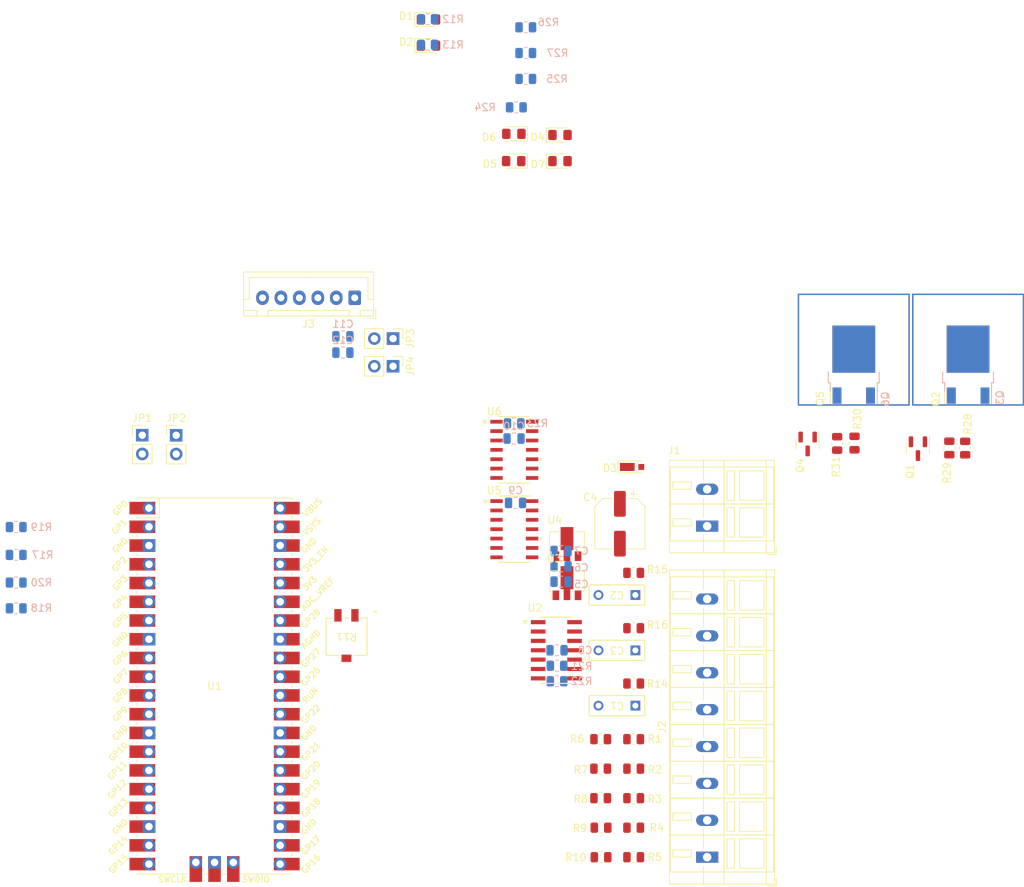
<source format=kicad_pcb>
(kicad_pcb (version 20241229) (generator "pcbnew") (generator_version "9.0")
  (layers (0 "F.Cu" signal) (4 "In1.Cu" signal "Power.Cu") (6 "In2.Cu" mixed "GND.Cu") (2 "B.Cu" signal) (13 "F.Paste" user) (15 "B.Paste" user) (5 "F.SilkS" user "F.Silkscreen") (7 "B.SilkS" user "B.Silkscreen") (1 "F.Mask" user) (3 "B.Mask" user) (25 "Edge.Cuts" user))
  (net 0 "")
  (net 1 "+VSYS")
  (net 2 "M+")
  (net 3 "Net-(Q2-G)")
  (net 4 "E-")
  (net 5 "Reverse1")
  (net 6 "Net-(Q5-G)")
  (net 7 "M-")
  (net 8 "Forward1")
  (net 9 "Net-(D3-K)")
  (net 10 "+10V")
  (net 11 "E+")
  (net 12 "Forward0")
  (net 13 "Net-(Q1-D)")
  (net 14 "Net-(Q4-D)")
  (net 15 "Reverse0")
  (net 16 "+3.3V")
  (net 17 "Net-(U1-GPIO27_ADC1)")
  (net 18 "Net-(R27-Pad1)")
  (net 19 "Net-(R25-Pad1)")
  (net 20 "Net-(R26-Pad1)")
  (net 21 "Net-(R24-Pad1)")
  (net 22 "Net-(U5-Pad4)")
  (net 23 "Net-(U5-Pad2)")
  (net 24 "S0")
  (net 25 "Net-(JP2-B)")
  (net 26 "S1")
  (net 27 "Net-(JP1-B)")
  (net 28 "PIN_HOME_CMD")
  (net 30 "Net-(U1-GPIO17)")
  (net 34 "PIN_HOME_LIMIT")
  (net 37 "PIN_PWM_POS")
  (net 42 "B")
  (net 45 "A")
  (net 47 "PIN_PWM_POSX10")
  (net 52 "PIN_SPD_CMD_ADC")
  (net 57 "PIN_PWM_SPD")
  (net 60 "PIN_PWM_SPD_CMD")
  (net 71 "Net-(U1-GPIO16)")
  (net 77 "COMP_THRES")
  (net 78 "Net-(R15-Pad1)")
  (net 81 "Net-(R14-Pad1)")
  (net 83 "Net-(R16-Pad1)")
  (net 84 "Analog Speed")
  (net 85 "Analog Position")
  (net 86 "Analog Position x10")
  (net 87 "Net-(J2-Pin_4)")
  (net 88 "Net-(J2-Pin_5)")
  (net 89 "Net-(J2-Pin_2)")
  (net 90 "Net-(J2-Pin_3)")
  (net 91 "Net-(J2-Pin_1)")
  (net 92 "Net-(D4-A)")
  (net 93 "Net-(D7-A)")
  (net 94 "Net-(D6-A)")
  (net 95 "Net-(D5-A)")
  (net 96 "Net-(J3-Pin_6)")
  (net 97 "Net-(D1-A)")
  (net 98 "Net-(D2-A)")
  (net 99 "Net-(J3-Pin_5)")
  (net 100 "Net-(JP3-B)")
  (net 101 "Net-(JP4-B)")
  (footprint "R_SMD:R_0805_2012Metric" (layer "F.Cu") (at 174.9 95.1625 90)
    (property "Reference" "R31" (at -3.1725 -0.135 90) (layer "F.SilkS"))
    (property "Value" "2.55k")
    (pad "1" smd roundrect (at -0.9125 0 90) (size 1.025 1.4) (layers "F.Cu" "F.Mask" "F.Paste") (roundrect_rratio 0.243902) (net 14 "Net-(Q4-D)"))
    (pad "2" smd roundrect (at 0.9125 0 90) (size 1.025 1.4) (layers "F.Cu" "F.Mask" "F.Paste") (roundrect_rratio 0.243902) (net 6 "Net-(Q5-G)"))
  )
  (footprint "R_SMD:R_0805_2012Metric" (layer "F.Cu") (at 142.8425 135.25 180)
    (property "Reference" "R6" (at 3.1925 0.05 0) (layer "F.SilkS"))
    (property "Value" "820")
    (pad "1" smd roundrect (at -0.9125 0 180) (size 1.025 1.4) (layers "F.Cu" "F.Mask" "F.Paste") (roundrect_rratio 0.243902) (net 34 "PIN_HOME_LIMIT"))
    (pad "2" smd roundrect (at 0.9125 0 180) (size 1.025 1.4) (layers "F.Cu" "F.Mask" "F.Paste") (roundrect_rratio 0.243902) (net 4 "E-"))
  )
  (footprint "TJR:RPi_Pico_SMD_TH" (layer "F.Cu") (at 90.5 128.055)
    (property "Reference" "U1" (at 0 0 0) (layer "F.SilkS"))
    (property "Value" "Pico")
    (fp_text user "GND" (at -12.8 -6.35 45) (layer "F.SilkS") (effects (font (size 0.8 0.8))))
    (fp_text user "GP15" (at -13.054 24.13 45) (layer "F.SilkS") (effects (font (size 0.8 0.8))))
    (fp_text user "GP6" (at -12.8 -3.81 45) (layer "F.SilkS") (effects (font (size 0.8 0.8))))
    (fp_text user "3V3_EN" (at 13.7 -17.2 45) (layer "F.SilkS") (effects (font (size 0.8 0.8))))
    (fp_text user "GP27" (at 13.054 -3.8 45) (layer "F.SilkS") (effects (font (size 0.8 0.8))))
    (fp_text user "SWDIO" (at 5.6 26.2 0) (layer "F.SilkS") (effects (font (size 0.8 0.8))))
    (fp_text user "AGND" (at 13.054 -6.35 45) (layer "F.SilkS") (effects (font (size 0.8 0.8))))
    (fp_text user "GP5" (at -12.8 -8.89 45) (layer "F.SilkS") (effects (font (size 0.8 0.8))))
    (fp_text user "GP8" (at -12.8 1.27 45) (layer "F.SilkS") (effects (font (size 0.8 0.8))))
    (fp_text user "GP16" (at 13.054 24.13 45) (layer "F.SilkS") (effects (font (size 0.8 0.8))))
    (fp_text user "SWCLK" (at -5.7 26.2 0) (layer "F.SilkS") (effects (font (size 0.8 0.8))))
    (fp_text user "GND" (at 12.8 6.35 45) (layer "F.SilkS") (effects (font (size 0.8 0.8))))
    (fp_text user "GP22" (at 13.054 3.81 45) (layer "F.SilkS") (effects (font (size 0.8 0.8))))
    (fp_text user "GP19" (at 13.054 13.97 45) (layer "F.SilkS") (effects (font (size 0.8 0.8))))
    (fp_text user "RUN" (at 13 1.27 45) (layer "F.SilkS") (effects (font (size 0.8 0.8))))
    (fp_text user "GND" (at -12.8 -19.05 45) (layer "F.SilkS") (effects (font (size 0.8 0.8))))
    (fp_text user "GP12" (at -13.2 13.97 45) (layer "F.SilkS") (effects (font (size 0.8 0.8))))
    (fp_text user "GP9" (at -12.8 3.81 45) (layer "F.SilkS") (effects (font (size 0.8 0.8))))
    (fp_text user "GP0" (at -12.8 -24.13 45) (layer "F.SilkS") (effects (font (size 0.8 0.8))))
    (fp_text user "GP20" (at 13.054 11.43 45) (layer "F.SilkS") (effects (font (size 0.8 0.8))))
    (fp_text user "GP13" (at -13.054 16.51 45) (layer "F.SilkS") (effects (font (size 0.8 0.8))))
    (fp_text user "GND" (at 12.8 19.05 45) (layer "F.SilkS") (effects (font (size 0.8 0.8))))
    (fp_text user "GND" (at -12.8 19.05 45) (layer "F.SilkS") (effects (font (size 0.8 0.8))))
    (fp_text user "GND" (at 12.8 -19.05 45) (layer "F.SilkS") (effects (font (size 0.8 0.8))))
    (fp_text user "3V3" (at 12.9 -13.9 45) (layer "F.SilkS") (effects (font (size 0.8 0.8))))
    (fp_text user "GND" (at -12.8 6.35 45) (layer "F.SilkS") (effects (font (size 0.8 0.8))))
    (fp_text user "GP1" (at -12.9 -21.6 45) (layer "F.SilkS") (effects (font (size 0.8 0.8))))
    (fp_text user "VBUS" (at 13.3 -24.2 45) (layer "F.SilkS") (effects (font (size 0.8 0.8))))
    (fp_text user "GP3" (at -12.8 -13.97 45) (layer "F.SilkS") (effects (font (size 0.8 0.8))))
    (fp_text user "GP10" (at -13.054 8.89 45) (layer "F.SilkS") (effects (font (size 0.8 0.8))))
    (fp_text user "ADC_VREF" (at 14 -12.5 45) (layer "F.SilkS") (effects (font (size 0.8 0.8))))
    (fp_text user "GP21" (at 13.054 8.9 45) (layer "F.SilkS") (effects (font (size 0.8 0.8))))
    (fp_text user "GP26" (at 13.054 -1.27 45) (layer "F.SilkS") (effects (font (size 0.8 0.8))))
    (fp_text user "GP11" (at -13.2 11.43 45) (layer "F.SilkS") (effects (font (size 0.8 0.8))))
    (fp_text user "GP7" (at -12.7 -1.3 45) (layer "F.SilkS") (effects (font (size 0.8 0.8))))
    (fp_text user "GP28" (at 13.054 -9.144 45) (layer "F.SilkS") (effects (font (size 0.8 0.8))))
    (fp_text user "GP14" (at -13.1 21.59 45) (layer "F.SilkS") (effects (font (size 0.8 0.8))))
    (fp_text user "GP17" (at 13.054 21.59 45) (layer "F.SilkS") (effects (font (size 0.8 0.8))))
    (fp_text user "GP4" (at -12.8 -11.43 45) (layer "F.SilkS") (effects (font (size 0.8 0.8))))
    (fp_text user "GP2" (at -12.9 -16.51 45) (layer "F.SilkS") (effects (font (size 0.8 0.8))))
    (fp_text user "GP18" (at 13.054 16.51 45) (layer "F.SilkS") (effects (font (size 0.8 0.8))))
    (fp_text user "VSYS" (at 13.2 -21.59 45) (layer "F.SilkS") (effects (font (size 0.8 0.8))))
    (pad "" np_thru_hole oval (at -2.725 -24) (size 1.8 1.8) (drill 1.8) (layers "*.Cu" "*.Mask"))
    (pad "" np_thru_hole oval (at -2.425 -20.97) (size 1.5 1.5) (drill 1.5) (layers "*.Cu" "*.Mask"))
    (pad "" np_thru_hole oval (at 2.425 -20.97) (size 1.5 1.5) (drill 1.5) (layers "*.Cu" "*.Mask"))
    (pad "" np_thru_hole oval (at 2.725 -24) (size 1.8 1.8) (drill 1.8) (layers "*.Cu" "*.Mask"))
    (pad "1" thru_hole oval (at -8.89 -24.13) (size 1.7 1.7) (drill 1.02) (layers "*.Cu" "*.Mask"))
    (pad "1" smd rect (at -8.89 -24.13) (size 3.5 1.7) (drill (offset -0.9 0)) (layers "F.Cu" "F.Mask"))
    (pad "2" thru_hole oval (at -8.89 -21.59) (size 1.7 1.7) (drill 1.02) (layers "*.Cu" "*.Mask"))
    (pad "2" smd rect (at -8.89 -21.59) (size 3.5 1.7) (drill (offset -0.9 0)) (layers "F.Cu" "F.Mask"))
    (pad "3" thru_hole rect (at -8.89 -19.05) (size 1.7 1.7) (drill 1.02) (layers "*.Cu" "*.Mask") (net 4 "E-"))
    (pad "3" smd rect (at -8.89 -19.05) (size 3.5 1.7) (drill (offset -0.9 0)) (layers "F.Cu" "F.Mask") (net 4 "E-"))
    (pad "4" thru_hole oval (at -8.89 -16.51) (size 1.7 1.7) (drill 1.02) (layers "*.Cu" "*.Mask") (net 45 "A"))
    (pad "4" smd rect (at -8.89 -16.51) (size 3.5 1.7) (drill (offset -0.9 0)) (layers "F.Cu" "F.Mask") (net 45 "A"))
    (pad "5" thru_hole oval (at -8.89 -13.97) (size 1.7 1.7) (drill 1.02) (layers "*.Cu" "*.Mask") (net 42 "B"))
    (pad "5" smd rect (at -8.89 -13.97) (size 3.5 1.7) (drill (offset -0.9 0)) (layers "F.Cu" "F.Mask") (net 42 "B"))
    (pad "6" thru_hole oval (at -8.89 -11.43) (size 1.7 1.7) (drill 1.02) (layers "*.Cu" "*.Mask"))
    (pad "6" smd rect (at -8.89 -11.43) (size 3.5 1.7) (drill (offset -0.9 0)) (layers "F.Cu" "F.Mask"))
    (pad "7" thru_hole oval (at -8.89 -8.89) (size 1.7 1.7) (drill 1.02) (layers "*.Cu" "*.Mask"))
    (pad "7" smd rect (at -8.89 -8.89) (size 3.5 1.7) (drill (offset -0.9 0)) (layers "F.Cu" "F.Mask"))
    (pad "8" thru_hole rect (at -8.89 -6.35) (size 1.7 1.7) (drill 1.02) (layers "*.Cu" "*.Mask") (net 4 "E-"))
    (pad "8" smd rect (at -8.89 -6.35) (size 3.5 1.7) (drill (offset -0.9 0)) (layers "F.Cu" "F.Mask") (net 4 "E-"))
    (pad "9" thru_hole oval (at -8.89 -3.81) (size 1.7 1.7) (drill 1.02) (layers "*.Cu" "*.Mask"))
    (pad "9" smd rect (at -8.89 -3.81) (size 3.5 1.7) (drill (offset -0.9 0)) (layers "F.Cu" "F.Mask"))
    (pad "10" thru_hole oval (at -8.89 -1.27) (size 1.7 1.7) (drill 1.02) (layers "*.Cu" "*.Mask"))
    (pad "10" smd rect (at -8.89 -1.27) (size 3.5 1.7) (drill (offset -0.9 0)) (layers "F.Cu" "F.Mask"))
    (pad "11" thru_hole oval (at -8.89 1.27) (size 1.7 1.7) (drill 1.02) (layers "*.Cu" "*.Mask"))
    (pad "11" smd rect (at -8.89 1.27) (size 3.5 1.7) (drill (offset -0.9 0)) (layers "F.Cu" "F.Mask"))
    (pad "12" thru_hole oval (at -8.89 3.81) (size 1.7 1.7) (drill 1.02) (layers "*.Cu" "*.Mask"))
    (pad "12" smd rect (at -8.89 3.81) (size 3.5 1.7) (drill (offset -0.9 0)) (layers "F.Cu" "F.Mask"))
    (pad "13" thru_hole rect (at -8.89 6.35) (size 1.7 1.7) (drill 1.02) (layers "*.Cu" "*.Mask") (net 4 "E-"))
    (pad "13" smd rect (at -8.89 6.35) (size 3.5 1.7) (drill (offset -0.9 0)) (layers "F.Cu" "F.Mask") (net 4 "E-"))
    (pad "14" thru_hole oval (at -8.89 8.89) (size 1.7 1.7) (drill 1.02) (layers "*.Cu" "*.Mask"))
    (pad "14" smd rect (at -8.89 8.89) (size 3.5 1.7) (drill (offset -0.9 0)) (layers "F.Cu" "F.Mask"))
    (pad "15" thru_hole oval (at -8.89 11.43) (size 1.7 1.7) (drill 1.02) (layers "*.Cu" "*.Mask"))
    (pad "15" smd rect (at -8.89 11.43) (size 3.5 1.7) (drill (offset -0.9 0)) (layers "F.Cu" "F.Mask"))
    (pad "16" thru_hole oval (at -8.89 13.97) (size 1.7 1.7) (drill 1.02) (layers "*.Cu" "*.Mask"))
    (pad "16" smd rect (at -8.89 13.97) (size 3.5 1.7) (drill (offset -0.9 0)) (layers "F.Cu" "F.Mask"))
    (pad "17" thru_hole oval (at -8.89 16.51) (size 1.7 1.7) (drill 1.02) (layers "*.Cu" "*.Mask") (net 27 "Net-(JP1-B)"))
    (pad "17" smd rect (at -8.89 16.51) (size 3.5 1.7) (drill (offset -0.9 0)) (layers "F.Cu" "F.Mask") (net 27 "Net-(JP1-B)"))
    (pad "18" thru_hole rect (at -8.89 19.05) (size 1.7 1.7) (drill 1.02) (layers "*.Cu" "*.Mask") (net 4 "E-"))
    (pad "18" smd rect (at -8.89 19.05) (size 3.5 1.7) (drill (offset -0.9 0)) (layers "F.Cu" "F.Mask") (net 4 "E-"))
    (pad "19" thru_hole oval (at -8.89 21.59) (size 1.7 1.7) (drill 1.02) (layers "*.Cu" "*.Mask") (net 34 "PIN_HOME_LIMIT"))
    (pad "19" smd rect (at -8.89 21.59) (size 3.5 1.7) (drill (offset -0.9 0)) (layers "F.Cu" "F.Mask") (net 34 "PIN_HOME_LIMIT"))
    (pad "20" thru_hole oval (at -8.89 24.13) (size 1.7 1.7) (drill 1.02) (layers "*.Cu" "*.Mask") (net 28 "PIN_HOME_CMD"))
    (pad "20" smd rect (at -8.89 24.13) (size 3.5 1.7) (drill (offset -0.9 0)) (layers "F.Cu" "F.Mask") (net 28 "PIN_HOME_CMD"))
    (pad "21" thru_hole oval (at 8.89 24.13) (size 1.7 1.7) (drill 1.02) (layers "*.Cu" "*.Mask") (net 71 "Net-(U1-GPIO16)"))
    (pad "21" smd rect (at 8.89 24.13) (size 3.5 1.7) (drill (offset 0.9 0)) (layers "F.Cu" "F.Mask") (net 71 "Net-(U1-GPIO16)"))
    (pad "22" thru_hole oval (at 8.89 21.59) (size 1.7 1.7) (drill 1.02) (layers "*.Cu" "*.Mask") (net 30 "Net-(U1-GPIO17)"))
    (pad "22" smd rect (at 8.89 21.59) (size 3.5 1.7) (drill (offset 0.9 0)) (layers "F.Cu" "F.Mask") (net 30 "Net-(U1-GPIO17)"))
    (pad "23" thru_hole rect (at 8.89 19.05) (size 1.7 1.7) (drill 1.02) (layers "*.Cu" "*.Mask") (net 4 "E-"))
    (pad "23" smd rect (at 8.89 19.05) (size 3.5 1.7) (drill (offset 0.9 0)) (layers "F.Cu" "F.Mask") (net 4 "E-"))
    (pad "24" thru_hole oval (at 8.89 16.51) (size 1.7 1.7) (drill 1.02) (layers "*.Cu" "*.Mask") (net 37 "PIN_PWM_POS"))
    (pad "24" smd rect (at 8.89 16.51) (size 3.5 1.7) (drill (offset 0.9 0)) (layers "F.Cu" "F.Mask") (net 37 "PIN_PWM_POS"))
    (pad "25" thru_hole oval (at 8.89 13.97) (size 1.7 1.7) (drill 1.02) (layers "*.Cu" "*.Mask") (net 57 "PIN_PWM_SPD"))
    (pad "25" smd rect (at 8.89 13.97) (size 3.5 1.7) (drill (offset 0.9 0)) (layers "F.Cu" "F.Mask") (net 57 "PIN_PWM_SPD"))
    (pad "26" thru_hole oval (at 8.89 11.43) (size 1.7 1.7) (drill 1.02) (layers "*.Cu" "*.Mask") (net 47 "PIN_PWM_POSX10"))
    (pad "26" smd rect (at 8.89 11.43) (size 3.5 1.7) (drill (offset 0.9 0)) (layers "F.Cu" "F.Mask") (net 47 "PIN_PWM_POSX10"))
    (pad "27" thru_hole oval (at 8.89 8.89) (size 1.7 1.7) (drill 1.02) (layers "*.Cu" "*.Mask") (net 60 "PIN_PWM_SPD_CMD"))
    (pad "27" smd rect (at 8.89 8.89) (size 3.5 1.7) (drill (offset 0.9 0)) (layers "F.Cu" "F.Mask") (net 60 "PIN_PWM_SPD_CMD"))
    (pad "28" thru_hole rect (at 8.89 6.35) (size 1.7 1.7) (drill 1.02) (layers "*.Cu" "*.Mask") (net 4 "E-"))
    (pad "28" smd rect (at 8.89 6.35) (size 3.5 1.7) (drill (offset 0.9 0)) (layers "F.Cu" "F.Mask") (net 4 "E-"))
    (pad "29" thru_hole oval (at 8.89 3.81) (size 1.7 1.7) (drill 1.02) (layers "*.Cu" "*.Mask"))
    (pad "29" smd rect (at 8.89 3.81) (size 3.5 1.7) (drill (offset 0.9 0)) (layers "F.Cu" "F.Mask"))
    (pad "30" thru_hole oval (at 8.89 1.27) (size 1.7 1.7) (drill 1.02) (layers "*.Cu" "*.Mask"))
    (pad "30" smd rect (at 8.89 1.27) (size 3.5 1.7) (drill (offset 0.9 0)) (layers "F.Cu" "F.Mask"))
    (pad "31" thru_hole oval (at 8.89 -1.27) (size 1.7 1.7) (drill 1.02) (layers "*.Cu" "*.Mask") (net 52 "PIN_SPD_CMD_ADC"))
    (pad "31" smd rect (at 8.89 -1.27) (size 3.5 1.7) (drill (offset 0.9 0)) (layers "F.Cu" "F.Mask") (net 52 "PIN_SPD_CMD_ADC"))
    (pad "32" thru_hole oval (at 8.89 -3.81) (size 1.7 1.7) (drill 1.02) (layers "*.Cu" "*.Mask") (net 17 "Net-(U1-GPIO27_ADC1)"))
    (pad "32" smd rect (at 8.89 -3.81) (size 3.5 1.7) (drill (offset 0.9 0)) (layers "F.Cu" "F.Mask") (net 17 "Net-(U1-GPIO27_ADC1)"))
    (pad "33" thru_hole rect (at 8.89 -6.35) (size 1.7 1.7) (drill 1.02) (layers "*.Cu" "*.Mask") (net 4 "E-"))
    (pad "33" smd rect (at 8.89 -6.35) (size 3.5 1.7) (drill (offset 0.9 0)) (layers "F.Cu" "F.Mask") (net 4 "E-"))
    (pad "34" thru_hole oval (at 8.89 -8.89) (size 1.7 1.7) (drill 1.02) (layers "*.Cu" "*.Mask"))
    (pad "34" smd rect (at 8.89 -8.89) (size 3.5 1.7) (drill (offset 0.9 0)) (layers "F.Cu" "F.Mask"))
    (pad "35" thru_hole oval (at 8.89 -11.43) (size 1.7 1.7) (drill 1.02) (layers "*.Cu" "*.Mask") (net 16 "+3.3V"))
    (pad "35" smd rect (at 8.89 -11.43) (size 3.5 1.7) (drill (offset 0.9 0)) (layers "F.Cu" "F.Mask") (net 16 "+3.3V"))
    (pad "36" thru_hole oval (at 8.89 -13.97) (size 1.7 1.7) (drill 1.02) (layers "*.Cu" "*.Mask") (net 16 "+3.3V"))
    (pad "36" smd rect (at 8.89 -13.97) (size 3.5 1.7) (drill (offset 0.9 0)) (layers "F.Cu" "F.Mask") (net 16 "+3.3V"))
    (pad "37" thru_hole oval (at 8.89 -16.51) (size 1.7 1.7) (drill 1.02) (layers "*.Cu" "*.Mask"))
    (pad "37" smd rect (at 8.89 -16.51) (size 3.5 1.7) (drill (offset 0.9 0)) (layers "F.Cu" "F.Mask"))
    (pad "38" thru_hole rect (at 8.89 -19.05) (size 1.7 1.7) (drill 1.02) (layers "*.Cu" "*.Mask") (net 4 "E-"))
    (pad "38" smd rect (at 8.89 -19.05) (size 3.5 1.7) (drill (offset 0.9 0)) (layers "F.Cu" "F.Mask") (net 4 "E-"))
    (pad "39" thru_hole oval (at 8.89 -21.59) (size 1.7 1.7) (drill 1.02) (layers "*.Cu" "*.Mask") (net 11 "E+"))
    (pad "39" smd rect (at 8.89 -21.59) (size 3.5 1.7) (drill (offset 0.9 0)) (layers "F.Cu" "F.Mask") (net 11 "E+"))
    (pad "40" thru_hole oval (at 8.89 -24.13) (size 1.7 1.7) (drill 1.02) (layers "*.Cu" "*.Mask"))
    (pad "40" smd rect (at 8.89 -24.13) (size 3.5 1.7) (drill (offset 0.9 0)) (layers "F.Cu" "F.Mask"))
    (pad "41" thru_hole oval (at -2.54 23.9) (size 1.7 1.7) (drill 1.02) (layers "*.Cu" "*.Mask"))
    (pad "41" smd rect (at -2.54 23.9 90) (size 3.5 1.7) (drill (offset -0.9 0)) (layers "F.Cu" "F.Mask"))
    (pad "42" thru_hole rect (at 0 23.9) (size 1.7 1.7) (drill 1.02) (layers "*.Cu" "*.Mask"))
    (pad "42" smd rect (at 0 23.9 90) (size 3.5 1.7) (drill (offset -0.9 0)) (layers "F.Cu" "F.Mask"))
    (pad "43" thru_hole oval (at 2.54 23.9) (size 1.7 1.7) (drill 1.02) (layers "*.Cu" "*.Mask"))
    (pad "43" smd rect (at 2.54 23.9 90) (size 3.5 1.7) (drill (offset -0.9 0)) (layers "F.Cu" "F.Mask"))
  )
  (footprint "R_SMD:R_0805_2012Metric" (layer "F.Cu") (at 192.25 95.7875 -90)
    (property "Reference" "R28" (at -3.249754 -0.358404 90) (layer "F.SilkS"))
    (property "Value" "5.1k")
    (pad "1" smd roundrect (at -0.9125 0 270) (size 1.025 1.4) (layers "F.Cu" "F.Mask" "F.Paste") (roundrect_rratio 0.243902) (net 3 "Net-(Q2-G)"))
    (pad "2" smd roundrect (at 0.9125 0 270) (size 1.025 1.4) (layers "F.Cu" "F.Mask" "F.Paste") (roundrect_rratio 0.243902) (net 1 "+VSYS"))
  )
  (footprint "R_SMD:R_0805_2012Metric" (layer "F.Cu") (at 147.315 127.71)
    (property "Reference" "R14" (at 3.2299 0.04 0) (layer "F.SilkS"))
    (property "Value" "5.1k")
    (pad "1" smd roundrect (at -0.9125 0) (size 1.025 1.4) (layers "F.Cu" "F.Mask" "F.Paste") (roundrect_rratio 0.243902) (net 81 "Net-(R14-Pad1)"))
    (pad "2" smd roundrect (at 0.9125 0) (size 1.025 1.4) (layers "F.Cu" "F.Mask" "F.Paste") (roundrect_rratio 0.243902) (net 86 "Analog Position x10"))
  )
  (footprint "TO_SOT_SMD:SOT-89-3" (layer "F.Cu") (at 138.2736 108.8 90)
    (property "Reference" "U4" (at 3.25 -1.65 180) (layer "F.SilkS"))
    (property "Value" "L78L05ABUTR")
    (pad "1" smd rect (at -1.65 -1.5 90) (size 1.3 0.9) (layers "F.Cu" "F.Mask" "F.Paste") (net 11 "E+"))
    (pad "2" smd custom (at -1.5625 0 90) (size 1.475 0.9) (layers "F.Cu" "F.Mask" "F.Paste") (net 4 "E-") (options (clearance outline) (anchor rect)) (primitives (gr_poly (pts (xy 3.8625 0.8665) (xy 0.7375 0.8665) (xy 0.7375 -0.8665) (xy 3.8625 -0.8665)) (width 0) (fill yes))))
    (pad "3" smd rect (at -1.65 1.5 90) (size 1.3 0.9) (layers "F.Cu" "F.Mask" "F.Paste") (net 10 "+10V"))
  )
  (footprint "R_SMD:R_0805_2012Metric" (layer "F.Cu") (at 147.315 143.25 180)
    (property "Reference" "R3" (at -2.8625 -0.125 0) (layer "F.SilkS"))
    (property "Value" "5.1k")
    (pad "1" smd roundrect (at -0.9125 0 180) (size 1.025 1.4) (layers "F.Cu" "F.Mask" "F.Paste") (roundrect_rratio 0.243902) (net 90 "Net-(J2-Pin_3)"))
    (pad "2" smd roundrect (at 0.9125 0 180) (size 1.025 1.4) (layers "F.Cu" "F.Mask" "F.Paste") (roundrect_rratio 0.243902) (net 52 "PIN_SPD_CMD_ADC"))
  )
  (footprint "jst:JST_XH_B6B-XH-A_1x06_P2.50mm_Vertical" (layer "F.Cu") (at 109.5 75.425 180)
    (property "Reference" "J3" (at 6.25 -3.55 0) (layer "F.SilkS"))
    (property "Value" "Motor Connector")
    (pad "1" thru_hole roundrect (at 0 0 180) (size 1.7 1.95) (drill 0.95) (layers "*.Cu" "*.Mask") (roundrect_rratio 0.147059) (net 2 "M+"))
    (pad "2" thru_hole oval (at 2.5 0 180) (size 1.7 1.95) (drill 0.95) (layers "*.Cu" "*.Mask") (net 7 "M-"))
    (pad "3" thru_hole oval (at 5 0 180) (size 1.7 1.95) (drill 0.95) (layers "*.Cu" "*.Mask") (net 11 "E+"))
    (pad "4" thru_hole oval (at 7.5 0 180) (size 1.7 1.95) (drill 0.95) (layers "*.Cu" "*.Mask") (net 4 "E-"))
    (pad "5" thru_hole oval (at 10 0 180) (size 1.7 1.95) (drill 0.95) (layers "*.Cu" "*.Mask") (net 99 "Net-(J3-Pin_5)"))
    (pad "6" thru_hole oval (at 12.5 0 180) (size 1.7 1.95) (drill 0.95) (layers "*.Cu" "*.Mask") (net 96 "Net-(J3-Pin_6)"))
  )
  (footprint "TO_SOT_SMD:SOT-89-3" (layer "F.Cu") (at 138.2736 114.1 90)
    (property "Reference" "U3" (at 3.3 -1.7 180) (layer "F.SilkS"))
    (property "Value" "L78L10ACUTR")
    (pad "1" smd rect (at -1.65 -1.5 90) (size 1.3 0.9) (layers "F.Cu" "F.Mask" "F.Paste") (net 10 "+10V"))
    (pad "2" smd custom (at -1.5625 0 90) (size 1.475 0.9) (layers "F.Cu" "F.Mask" "F.Paste") (net 4 "E-") (options (clearance outline) (anchor rect)) (primitives (gr_poly (pts (xy 3.8625 0.8665) (xy 0.7375 0.8665) (xy 0.7375 -0.8665) (xy 3.8625 -0.8665)) (width 0) (fill yes))))
    (pad "3" smd rect (at -1.65 1.5 90) (size 1.3 0.9) (layers "F.Cu" "F.Mask" "F.Paste") (net 9 "Net-(D3-K)"))
  )
  (footprint "R_SMD:R_0805_2012Metric" (layer "F.Cu") (at 142.8425 139.25 180)
    (property "Reference" "R7" (at 2.6925 -0.125 0) (layer "F.SilkS"))
    (property "Value" "820")
    (pad "1" smd roundrect (at -0.9125 0 180) (size 1.025 1.4) (layers "F.Cu" "F.Mask" "F.Paste") (roundrect_rratio 0.243902) (net 28 "PIN_HOME_CMD"))
    (pad "2" smd roundrect (at 0.9125 0 180) (size 1.025 1.4) (layers "F.Cu" "F.Mask" "F.Paste") (roundrect_rratio 0.243902) (net 4 "E-"))
  )
  (footprint "Header-IDC:PinHeader_1x02_P2.54mm_Vertical" (layer "F.Cu") (at 85.3 94.06)
    (property "Reference" "JP2" (at 0 -2.33 0) (layer "F.SilkS"))
    (property "Value" "Jumper_2_Open")
    (pad "1" thru_hole rect (at 0 0) (size 1.7 1.7) (drill 1) (layers "*.Cu" "*.Mask") (net 60 "PIN_PWM_SPD_CMD"))
    (pad "2" thru_hole oval (at 0 2.54) (size 1.7 1.7) (drill 1) (layers "*.Cu" "*.Mask") (net 25 "Net-(JP2-B)"))
  )
  (footprint "LED_SMD:LED_0805_2012Metric_Pad1.15x1.40mm_HandSolder" (layer "F.Cu") (at 131.075 53.2 180)
    (property "Reference" "D4" (at -3.2225 -0.435 0) (layer "F.SilkS"))
    (property "Value" "F0")
    (pad "1" smd roundrect (at -1.025 0 180) (size 1.15 1.4) (layers "F.Cu" "F.Mask" "F.Paste") (roundrect_rratio 0.217391) (net 4 "E-"))
    (pad "2" smd roundrect (at 1.025 0 180) (size 1.15 1.4) (layers "F.Cu" "F.Mask" "F.Paste") (roundrect_rratio 0.217391) (net 92 "Net-(D4-A)"))
  )
  (footprint "TO_SOT_SMD:SOT-23" (layer "F.Cu") (at 185.85 95.875 -90)
    (property "Reference" "Q1" (at 3.0625 1.05 90) (layer "F.SilkS"))
    (property "Value" "2N7002")
    (pad "1" smd roundrect (at -0.9375 -0.95 270) (size 1.475 0.6) (layers "F.Cu" "F.Mask" "F.Paste") (net 12 "Forward0"))
    (pad "2" smd roundrect (at -0.9375 0.95 270) (size 1.475 0.6) (layers "F.Cu" "F.Mask" "F.Paste") (net 4 "E-"))
    (pad "3" smd roundrect (at 0.9375 0 270) (size 1.475 0.6) (layers "F.Cu" "F.Mask" "F.Paste") (net 13 "Net-(Q1-D)"))
  )
  (footprint "TJR:C_Rect_L7.3mm_W4.5_H9.5mm_P5.0mmx" (layer "F.Cu") (at 147.5449 130.71 180)
    (property "Reference" "C1" (at 2.5 0 180) (layer "F.SilkS"))
    (property "Value" "1uF")
    (pad "1" thru_hole rect (at 0 0 180) (size 1.3208 1.3208) (drill 0.8128) (layers "*.Cu" "*.Mask") (net 86 "Analog Position x10"))
    (pad "2" thru_hole circle (at 5 0 180) (size 1.3208 1.3208) (drill 0.8128) (layers "*.Cu" "*.Mask") (net 4 "E-"))
  )
  (footprint "D_SMD:D_MicroSMP_AK" (layer "F.Cu") (at 147.325 98.35)
    (property "Reference" "D3" (at -3.22 0.15 0) (layer "F.SilkS"))
    (property "Value" "MSS1P4")
    (pad "1" smd rect (at -0.88 0) (size 2 1.1) (layers "F.Cu" "F.Mask" "F.Paste") (net 9 "Net-(D3-K)"))
    (pad "2" smd rect (at 1.02 0) (size 0.8 0.8) (layers "F.Cu" "F.Mask" "F.Paste") (net 1 "+VSYS"))
  )
  (footprint "TJR:SOIC-14_3.9x8.7mm_P1.27mm-D14-L" (layer "F.Cu") (at 131.137 96.033)
    (property "Reference" "U6" (at -2.713 -5.21 0) (layer "F.SilkS"))
    (property "Value" "74LS08")
    (fp_text user "*" (at -4.013 -3.51 0) (layer "F.SilkS"))
    (fp_text user "*" (at -4.013 -3.51 0) (layer "F.SilkS"))
    (pad "1" smd rect (at -2.413 -3.81) (size 1.6764 0.508) (layers "F.Cu" "F.Mask" "F.Paste") (net 25 "Net-(JP2-B)"))
    (pad "2" smd rect (at -2.413 -2.54) (size 1.6764 0.508) (layers "F.Cu" "F.Mask" "F.Paste") (net 24 "S0"))
    (pad "3" smd rect (at -2.413 -1.27) (size 1.6764 0.508) (layers "F.Cu" "F.Mask" "F.Paste") (net 12 "Forward0"))
    (pad "4" smd rect (at -2.413 0) (size 1.6764 0.508) (layers "F.Cu" "F.Mask" "F.Paste") (net 26 "S1"))
    (pad "5" smd rect (at -2.413 1.27) (size 1.6764 0.508) (layers "F.Cu" "F.Mask" "F.Paste") (net 25 "Net-(JP2-B)"))
    (pad "6" smd rect (at -2.413 2.54) (size 1.6764 0.508) (layers "F.Cu" "F.Mask" "F.Paste") (net 15 "Reverse0"))
    (pad "7" smd rect (at -2.413 3.81) (size 1.6764 0.508) (layers "F.Cu" "F.Mask" "F.Paste") (net 4 "E-"))
    (pad "8" smd rect (at 2.413 3.81) (size 1.6764 0.508) (layers "F.Cu" "F.Mask" "F.Paste") (net 8 "Forward1"))
    (pad "9" smd rect (at 2.413 2.54) (size 1.6764 0.508) (layers "F.Cu" "F.Mask" "F.Paste") (net 15 "Reverse0"))
    (pad "10" smd rect (at 2.413 1.27) (size 1.6764 0.508) (layers "F.Cu" "F.Mask" "F.Paste") (net 23 "Net-(U5-Pad2)"))
    (pad "11" smd rect (at 2.413 0) (size 1.6764 0.508) (layers "F.Cu" "F.Mask" "F.Paste") (net 5 "Reverse1"))
    (pad "12" smd rect (at 2.413 -1.27) (size 1.6764 0.508) (layers "F.Cu" "F.Mask" "F.Paste") (net 12 "Forward0"))
    (pad "13" smd rect (at 2.413 -2.54) (size 1.6764 0.508) (layers "F.Cu" "F.Mask" "F.Paste") (net 22 "Net-(U5-Pad4)"))
    (pad "14" smd rect (at 2.413 -3.81) (size 1.6764 0.508) (layers "F.Cu" "F.Mask" "F.Paste") (net 11 "E+"))
  )
  (footprint "LED_SMD:LED_0805_2012Metric_Pad1.15x1.40mm_HandSolder" (layer "F.Cu") (at 137.3275 53.35)
    (property "Reference" "D6" (at -9.611633 0.310519 180) (layer "F.SilkS"))
    (property "Value" "R0")
    (pad "1" smd roundrect (at -1.025 0) (size 1.15 1.4) (layers "F.Cu" "F.Mask" "F.Paste") (roundrect_rratio 0.217391) (net 4 "E-"))
    (pad "2" smd roundrect (at 1.025 0) (size 1.15 1.4) (layers "F.Cu" "F.Mask" "F.Paste") (roundrect_rratio 0.217391) (net 94 "Net-(D6-A)"))
  )
  (footprint "TO_SOT_SMD:SOT-23" (layer "F.Cu") (at 170.9 95.2375 -90)
    (property "Reference" "Q4" (at 2.9375 1 90) (layer "F.SilkS"))
    (property "Value" "2N7002")
    (pad "1" smd roundrect (at -0.9375 -0.95 270) (size 1.475 0.6) (layers "F.Cu" "F.Mask" "F.Paste") (net 15 "Reverse0"))
    (pad "2" smd roundrect (at -0.9375 0.95 270) (size 1.475 0.6) (layers "F.Cu" "F.Mask" "F.Paste") (net 4 "E-"))
    (pad "3" smd roundrect (at 0.9375 0 270) (size 1.475 0.6) (layers "F.Cu" "F.Mask" "F.Paste") (net 14 "Net-(Q4-D)"))
  )
  (footprint "TJR:SOIC-14_3.9x8.7mm_P1.27mm-D14-L" (layer "F.Cu") (at 131.137 106.79)
    (property "Reference" "U5" (at -2.713 -5.25325 0) (layer "F.SilkS"))
    (property "Value" "74LS14")
    (fp_text user "*" (at -3.913 -3.45325 0) (layer "F.SilkS"))
    (fp_text user "*" (at -3.913 -3.45325 0) (layer "F.SilkS"))
    (pad "1" smd rect (at -2.413 -3.81) (size 1.6764 0.508) (layers "F.Cu" "F.Mask" "F.Paste") (net 12 "Forward0"))
    (pad "2" smd rect (at -2.413 -2.54) (size 1.6764 0.508) (layers "F.Cu" "F.Mask" "F.Paste") (net 23 "Net-(U5-Pad2)"))
    (pad "3" smd rect (at -2.413 -1.27) (size 1.6764 0.508) (layers "F.Cu" "F.Mask" "F.Paste") (net 15 "Reverse0"))
    (pad "4" smd rect (at -2.413 0) (size 1.6764 0.508) (layers "F.Cu" "F.Mask" "F.Paste") (net 22 "Net-(U5-Pad4)"))
    (pad "5" smd rect (at -2.413 1.27) (size 1.6764 0.508) (layers "F.Cu" "F.Mask" "F.Paste") (net 12 "Forward0"))
    (pad "6" smd rect (at -2.413 2.54) (size 1.6764 0.508) (layers "F.Cu" "F.Mask" "F.Paste") (net 21 "Net-(R24-Pad1)"))
    (pad "7" smd rect (at -2.413 3.81) (size 1.6764 0.508) (layers "F.Cu" "F.Mask" "F.Paste") (net 4 "E-"))
    (pad "8" smd rect (at 2.413 3.81) (size 1.6764 0.508) (layers "F.Cu" "F.Mask" "F.Paste") (net 19 "Net-(R25-Pad1)"))
    (pad "9" smd rect (at 2.413 2.54) (size 1.6764 0.508) (layers "F.Cu" "F.Mask" "F.Paste") (net 8 "Forward1"))
    (pad "10" smd rect (at 2.413 1.27) (size 1.6764 0.508) (layers "F.Cu" "F.Mask" "F.Paste") (net 20 "Net-(R26-Pad1)"))
    (pad "11" smd rect (at 2.413 0) (size 1.6764 0.508) (layers "F.Cu" "F.Mask" "F.Paste") (net 15 "Reverse0"))
    (pad "12" smd rect (at 2.413 -1.27) (size 1.6764 0.508) (layers "F.Cu" "F.Mask" "F.Paste") (net 18 "Net-(R27-Pad1)"))
    (pad "13" smd rect (at 2.413 -2.54) (size 1.6764 0.508) (layers "F.Cu" "F.Mask" "F.Paste") (net 5 "Reverse1"))
    (pad "14" smd rect (at 2.413 -3.81) (size 1.6764 0.508) (layers "F.Cu" "F.Mask" "F.Paste") (net 11 "E+"))
  )
  (footprint "LED_SMD:LED_0805_2012Metric_Pad1.15x1.40mm_HandSolder" (layer "F.Cu") (at 119.5025 41.235)
    (property "Reference" "D2" (at -3.025 -0.5 0) (layer "F.SilkS"))
    (property "Value" "FWD")
    (pad "1" smd roundrect (at -1.025 0) (size 1.15 1.4) (layers "F.Cu" "F.Mask" "F.Paste") (roundrect_rratio 0.217391) (net 4 "E-"))
    (pad "2" smd roundrect (at 1.025 0) (size 1.15 1.4) (layers "F.Cu" "F.Mask" "F.Paste") (roundrect_rratio 0.217391) (net 98 "Net-(D2-A)"))
  )
  (footprint "R_SMD:R_0805_2012Metric" (layer "F.Cu") (at 147.315 120.21)
    (property "Reference" "R16" (at 3.2299 -0.46 0) (layer "F.SilkS"))
    (property "Value" "5.1k")
    (pad "1" smd roundrect (at -0.9125 0) (size 1.025 1.4) (layers "F.Cu" "F.Mask" "F.Paste") (roundrect_rratio 0.243902) (net 83 "Net-(R16-Pad1)"))
    (pad "2" smd roundrect (at 0.9125 0) (size 1.025 1.4) (layers "F.Cu" "F.Mask" "F.Paste") (roundrect_rratio 0.243902) (net 85 "Analog Position"))
  )
  (footprint "R_SMD:R_0805_2012Metric" (layer "F.Cu") (at 142.8925 151.25 180)
    (property "Reference" "R10" (at 3.4125 0 0) (layer "F.SilkS"))
    (property "Value" "820")
    (pad "1" smd roundrect (at -0.9125 0 180) (size 1.025 1.4) (layers "F.Cu" "F.Mask" "F.Paste") (roundrect_rratio 0.243902) (net 26 "S1"))
    (pad "2" smd roundrect (at 0.9125 0 180) (size 1.025 1.4) (layers "F.Cu" "F.Mask" "F.Paste") (roundrect_rratio 0.243902) (net 4 "E-"))
  )
  (footprint "LED_SMD:LED_0805_2012Metric_Pad1.15x1.40mm_HandSolder" (layer "F.Cu") (at 119.5025 37.695)
    (property "Reference" "D1" (at -3.025 -0.46 0) (layer "F.SilkS"))
    (property "Value" "REV")
    (pad "1" smd roundrect (at -1.025 0) (size 1.15 1.4) (layers "F.Cu" "F.Mask" "F.Paste") (roundrect_rratio 0.217391) (net 4 "E-"))
    (pad "2" smd roundrect (at 1.025 0) (size 1.15 1.4) (layers "F.Cu" "F.Mask" "F.Paste") (roundrect_rratio 0.217391) (net 97 "Net-(D1-A)"))
  )
  (footprint "TJR:SOT_10KLFTR_BIT" (layer "F.Cu") (at 108.3785 121.3778 180)
    (property "Reference" "R11" (at 0 0 180) (layer "F.SilkS"))
    (property "Value" "10kp")
    (pad "1" smd rect (at -1.15 2.9083 180) (size 0.9906 1.7018) (layers "F.Cu" "F.Mask" "F.Paste") (net 16 "+3.3V"))
    (pad "2" smd rect (at 0 -2.9083 180) (size 1.3462 0.9906) (layers "F.Cu" "F.Mask" "F.Paste") (net 17 "Net-(U1-GPIO27_ADC1)"))
    (pad "3" smd rect (at 1.15 2.9083 180) (size 0.9906 1.7018) (layers "F.Cu" "F.Mask" "F.Paste") (net 4 "E-"))
  )
  (footprint "R_SMD:R_0805_2012Metric" (layer "F.Cu") (at 190.1 95.775 90)
    (property "Reference" "R29" (at -3.393275 -0.31292 90) (layer "F.SilkS"))
    (property "Value" "2.55k")
    (pad "1" smd roundrect (at -0.9125 0 90) (size 1.025 1.4) (layers "F.Cu" "F.Mask" "F.Paste") (roundrect_rratio 0.243902) (net 13 "Net-(Q1-D)"))
    (pad "2" smd roundrect (at 0.9125 0 90) (size 1.025 1.4) (layers "F.Cu" "F.Mask" "F.Paste") (roundrect_rratio 0.243902) (net 3 "Net-(Q2-G)"))
  )
  (footprint "R_SMD:R_0805_2012Metric" (layer "F.Cu") (at 147.315 112.71)
    (property "Reference" "R15" (at 3.2299 -0.46 0) (layer "F.SilkS"))
    (property "Value" "47k")
    (pad "1" smd roundrect (at -0.9125 0) (size 1.025 1.4) (layers "F.Cu" "F.Mask" "F.Paste") (roundrect_rratio 0.243902) (net 78 "Net-(R15-Pad1)"))
    (pad "2" smd roundrect (at 0.9125 0) (size 1.025 1.4) (layers "F.Cu" "F.Mask" "F.Paste") (roundrect_rratio 0.243902) (net 84 "Analog Speed"))
  )
  (footprint "TJR:C_Rect_L7.3mm_W4.5_H9.5mm_P5.0mmx" (layer "F.Cu") (at 147.5449 115.71 180)
    (property "Reference" "C2" (at 2.5 0 180) (layer "F.SilkS"))
    (property "Value" "1uF")
    (pad "1" thru_hole rect (at 0 0 180) (size 1.3208 1.3208) (drill 0.8128) (layers "*.Cu" "*.Mask") (net 84 "Analog Speed"))
    (pad "2" thru_hole circle (at 5 0 180) (size 1.3208 1.3208) (drill 0.8128) (layers "*.Cu" "*.Mask") (net 4 "E-"))
  )
  (footprint "C_SMD:CP_Elec_6.3x7.7" (layer "F.Cu") (at 145.445 106.05 -90)
    (property "Reference" "C4" (at -3.575 4 0) (layer "F.SilkS"))
    (property "Value" "100uF")
    (pad "1" smd roundrect (at -2.7 0 270) (size 3.5 1.6) (layers "F.Cu" "F.Mask" "F.Paste") (roundrect_rratio 0.15625) (net 9 "Net-(D3-K)"))
    (pad "2" smd roundrect (at 2.7 0 270) (size 3.5 1.6) (layers "F.Cu" "F.Mask" "F.Paste") (roundrect_rratio 0.15625) (net 4 "E-"))
  )
  (footprint "LED_SMD:LED_0805_2012Metric_Pad1.15x1.40mm_HandSolder" (layer "F.Cu") (at 131.05 56.89 180)
    (property "Reference" "D7" (at -3.2725 -0.435 0) (layer "F.SilkS"))
    (property "Value" "R1")
    (pad "1" smd roundrect (at -1.025 0 180) (size 1.15 1.4) (layers "F.Cu" "F.Mask" "F.Paste") (roundrect_rratio 0.217391) (net 4 "E-"))
    (pad "2" smd roundrect (at 1.025 0 180) (size 1.15 1.4) (layers "F.Cu" "F.Mask" "F.Paste") (roundrect_rratio 0.217391) (net 93 "Net-(D7-A)"))
  )
  (footprint "R_SMD:R_0805_2012Metric" (layer "F.Cu") (at 177.25 95.1125 -90)
    (property "Reference" "R30" (at -3.2725 -0.385 90) (layer "F.SilkS"))
    (property "Value" "5.1k")
    (pad "1" smd roundrect (at -0.9125 0 270) (size 1.025 1.4) (layers "F.Cu" "F.Mask" "F.Paste") (roundrect_rratio 0.243902) (net 6 "Net-(Q5-G)"))
    (pad "2" smd roundrect (at 0.9125 0 270) (size 1.025 1.4) (layers "F.Cu" "F.Mask" "F.Paste") (roundrect_rratio 0.243902) (net 1 "+VSYS"))
  )
  (footprint "Header-IDC:PinHeader_1x02_P2.54mm_Vertical" (layer "F.Cu") (at 114.7 80.95 -90)
    (property "Reference" "JP3" (at 0 -2.33 90) (layer "F.SilkS"))
    (property "Value" "Jumper_2_Open")
    (pad "1" thru_hole rect (at 0 0 270) (size 1.7 1.7) (drill 1) (layers "*.Cu" "*.Mask") (net 2 "M+"))
    (pad "2" thru_hole oval (at 0 2.54 270) (size 1.7 1.7) (drill 1) (layers "*.Cu" "*.Mask") (net 100 "Net-(JP3-B)"))
  )
  (footprint "TJR:C_Rect_L7.3mm_W4.5_H9.5mm_P5.0mmx" (layer "F.Cu") (at 147.5449 123.21 180)
    (property "Reference" "C3" (at 2.5 0 180) (layer "F.SilkS"))
    (property "Value" "1uF")
    (pad "1" thru_hole rect (at 0 0 180) (size 1.3208 1.3208) (drill 0.8128) (layers "*.Cu" "*.Mask") (net 85 "Analog Position"))
    (pad "2" thru_hole circle (at 5 0 180) (size 1.3208 1.3208) (drill 0.8128) (layers "*.Cu" "*.Mask") (net 4 "E-"))
  )
  (footprint "TJR:D14_TEX" (layer "F.Cu") (at 136.8362 123.2)
    (property "Reference" "U2" (at -2.8862 -5.75 0) (layer "F.SilkS"))
    (property "Value" "OPA4197")
    (fp_text user "*" (at -4.2362 -3.54 0) (layer "F.SilkS"))
    (fp_text user "*" (at -4.2362 -3.54 0) (layer "F.SilkS"))
    (pad "1" smd rect (at -2.4638 -3.81) (size 1.9812 0.5588) (layers "F.Cu" "F.Mask" "F.Paste") (net 81 "Net-(R14-Pad1)"))
    (pad "2" smd rect (at -2.4638 -2.54) (size 1.9812 0.5588) (layers "F.Cu" "F.Mask" "F.Paste") (net 77 "COMP_THRES"))
    (pad "3" smd rect (at -2.4638 -1.27) (size 1.9812 0.5588) (layers "F.Cu" "F.Mask" "F.Paste") (net 47 "PIN_PWM_POSX10"))
    (pad "4" smd rect (at -2.4638 0) (size 1.9812 0.5588) (layers "F.Cu" "F.Mask" "F.Paste") (net 10 "+10V"))
    (pad "5" smd rect (at -2.4638 1.27) (size 1.9812 0.5588) (layers "F.Cu" "F.Mask" "F.Paste") (net 57 "PIN_PWM_SPD"))
    (pad "6" smd rect (at -2.4638 2.54) (size 1.9812 0.5588) (layers "F.Cu" "F.Mask" "F.Paste") (net 77 "COMP_THRES"))
    (pad "7" smd rect (at -2.4638 3.81) (size 1.9812 0.5588) (layers "F.Cu" "F.Mask" "F.Paste") (net 78 "Net-(R15-Pad1)"))
    (pad "8" smd rect (at 2.4638 3.81) (size 1.9812 0.5588) (layers "F.Cu" "F.Mask" "F.Paste") (net 83 "Net-(R16-Pad1)"))
    (pad "9" smd rect (at 2.4638 2.54) (size 1.9812 0.5588) (layers "F.Cu" "F.Mask" "F.Paste") (net 77 "COMP_THRES"))
    (pad "10" smd rect (at 2.4638 1.27) (size 1.9812 0.5588) (layers "F.Cu" "F.Mask" "F.Paste") (net 37 "PIN_PWM_POS"))
    (pad "11" smd rect (at 2.4638 0) (size 1.9812 0.5588) (layers "F.Cu" "F.Mask" "F.Paste") (net 4 "E-"))
    (pad "12" smd rect (at 2.4638 -1.27) (size 1.9812 0.5588) (layers "F.Cu" "F.Mask" "F.Paste"))
    (pad "13" smd rect (at 2.4638 -2.54) (size 1.9812 0.5588) (layers "F.Cu" "F.Mask" "F.Paste"))
    (pad "14" smd rect (at 2.4638 -3.81) (size 1.9812 0.5588) (layers "F.Cu" "F.Mask" "F.Paste"))
  )
  (footprint "R_SMD:R_0805_2012Metric" (layer "F.Cu") (at 147.315 139.25 180)
    (property "Reference" "R2" (at -2.8625 -0.125 0) (layer "F.SilkS"))
    (property "Value" "5.1k")
    (pad "1" smd roundrect (at -0.9125 0 180) (size 1.025 1.4) (layers "F.Cu" "F.Mask" "F.Paste") (roundrect_rratio 0.243902) (net 87 "Net-(J2-Pin_4)"))
    (pad "2" smd roundrect (at 0.9125 0 180) (size 1.025 1.4) (layers "F.Cu" "F.Mask" "F.Paste") (roundrect_rratio 0.243902) (net 28 "PIN_HOME_CMD"))
  )
  (footprint "LED_SMD:LED_0805_2012Metric_Pad1.15x1.40mm_HandSolder" (layer "F.Cu") (at 137.3275 56.89)
    (property "Reference" "D5" (at -9.509708 0.397039 180) (layer "F.SilkS"))
    (property "Value" "F1")
    (pad "1" smd roundrect (at -1.025 0) (size 1.15 1.4) (layers "F.Cu" "F.Mask" "F.Paste") (roundrect_rratio 0.217391) (net 4 "E-"))
    (pad "2" smd roundrect (at 1.025 0) (size 1.15 1.4) (layers "F.Cu" "F.Mask" "F.Paste") (roundrect_rratio 0.217391) (net 95 "Net-(D5-A)"))
  )
  (footprint "R_SMD:R_0805_2012Metric" (layer "F.Cu") (at 147.315 151.25 180)
    (property "Reference" "R5" (at -2.8625 0 0) (layer "F.SilkS"))
    (property "Value" "5.1k")
    (pad "1" smd roundrect (at -0.9125 0 180) (size 1.025 1.4) (layers "F.Cu" "F.Mask" "F.Paste") (roundrect_rratio 0.243902) (net 91 "Net-(J2-Pin_1)"))
    (pad "2" smd roundrect (at 0.9125 0 180) (size 1.025 1.4) (layers "F.Cu" "F.Mask" "F.Paste") (roundrect_rratio 0.243902) (net 26 "S1"))
  )
  (footprint "Header-IDC:PinHeader_1x02_P2.54mm_Vertical" (layer "F.Cu") (at 80.7 94.05)
    (property "Reference" "JP1" (at 0 -2.33 0) (layer "F.SilkS"))
    (property "Value" "Jumper_2_Open")
    (pad "1" thru_hole rect (at 0 0) (size 1.7 1.7) (drill 1) (layers "*.Cu" "*.Mask") (net 4 "E-"))
    (pad "2" thru_hole oval (at 0 2.54) (size 1.7 1.7) (drill 1) (layers "*.Cu" "*.Mask") (net 27 "Net-(JP1-B)"))
  )
  (footprint "TO_SOT_SMD:TO-252-2" (layer "F.Cu") (at 192.65 84.475 90)
    (property "Reference" "Q2" (at -4.65 -4.37 90) (layer "F.SilkS"))
    (property "Value" "G160P03KI")
    (pad "1" smd rect (at -4.2 -2.28 90) (size 2.2 1.2) (layers "F.Cu" "F.Mask" "F.Paste") (net 3 "Net-(Q2-G)"))
    (pad "2" smd rect (at 2.1 0 90) (size 6.4 5.8) (layers "F.Cu" "F.Mask") (net 2 "M+"))
    (pad "3" smd rect (at -4.2 2.28 90) (size 2.2 1.2) (layers "F.Cu" "F.Mask" "F.Paste") (net 1 "+VSYS"))
  )
  (footprint "R_SMD:R_0805_2012Metric" (layer "F.Cu") (at 147.315 147.25 180)
    (property "Reference" "R4" (at -3.1425 0 0) (layer "F.SilkS"))
    (property "Value" "5.1k")
    (pad "1" smd roundrect (at -0.9125 0 180) (size 1.025 1.4) (layers "F.Cu" "F.Mask" "F.Paste") (roundrect_rratio 0.243902) (net 89 "Net-(J2-Pin_2)"))
    (pad "2" smd roundrect (at 0.9125 0 180) (size 1.025 1.4) (layers "F.Cu" "F.Mask" "F.Paste") (roundrect_rratio 0.243902) (net 24 "S0"))
  )
  (footprint "R_SMD:R_0805_2012Metric" (layer "F.Cu") (at 147.315 135.25 180)
    (property "Reference" "R1" (at -2.8625 0.05 0) (layer "F.SilkS"))
    (property "Value" "5.1k")
    (pad "1" smd roundrect (at -0.9125 0 180) (size 1.025 1.4) (layers "F.Cu" "F.Mask" "F.Paste") (roundrect_rratio 0.243902) (net 88 "Net-(J2-Pin_5)"))
    (pad "2" smd roundrect (at 0.9125 0 180) (size 1.025 1.4) (layers "F.Cu" "F.Mask" "F.Paste") (roundrect_rratio 0.243902) (net 34 "PIN_HOME_LIMIT"))
  )
  (footprint "R_SMD:R_0805_2012Metric" (layer "F.Cu") (at 142.8925 147.25 180)
    (property "Reference" "R9" (at 2.8625 -0.075 0) (layer "F.SilkS"))
    (property "Value" "820")
    (pad "1" smd roundrect (at -0.9125 0 180) (size 1.025 1.4) (layers "F.Cu" "F.Mask" "F.Paste") (roundrect_rratio 0.243902) (net 24 "S0"))
    (pad "2" smd roundrect (at 0.9125 0 180) (size 1.025 1.4) (layers "F.Cu" "F.Mask" "F.Paste") (roundrect_rratio 0.243902) (net 4 "E-"))
  )
  (footprint "Screw_Term:TerminalBlock_WAGO_236-108_1x08_P5.00mm_45Degree" (layer "F.Cu") (at 157.28 151.25 90)
    (property "Reference" "J2" (at 17.65 -6.12 90) (layer "F.SilkS"))
    (property "Value" "Screw_Terminal_01x08")
    (pad "1" thru_hole rect (at 0 0 90) (size 1.5 3) (drill 1.15) (layers "*.Cu" "*.Mask") (net 91 "Net-(J2-Pin_1)"))
    (pad "2" thru_hole oval (at 5 0 90) (size 1.5 3) (drill 1.15) (layers "*.Cu" "*.Mask") (net 89 "Net-(J2-Pin_2)"))
    (pad "3" thru_hole oval (at 10 0 90) (size 1.5 3) (drill 1.15) (layers "*.Cu" "*.Mask") (net 90 "Net-(J2-Pin_3)"))
    (pad "4" thru_hole oval (at 15 0 90) (size 1.5 3) (drill 1.15) (layers "*.Cu" "*.Mask") (net 87 "Net-(J2-Pin_4)"))
    (pad "5" thru_hole oval (at 20 0 90) (size 1.5 3) (drill 1.15) (layers "*.Cu" "*.Mask") (net 88 "Net-(J2-Pin_5)"))
    (pad "6" thru_hole oval (at 25 0 90) (size 1.5 3) (drill 1.15) (layers "*.Cu" "*.Mask") (net 86 "Analog Position x10"))
    (pad "7" thru_hole oval (at 30 0 90) (size 1.5 3) (drill 1.15) (layers "*.Cu" "*.Mask") (net 85 "Analog Position"))
    (pad "8" thru_hole oval (at 35 0 90) (size 1.5 3) (drill 1.15) (layers "*.Cu" "*.Mask") (net 84 "Analog Speed"))
  )
  (footprint "R_SMD:R_0805_2012Metric" (layer "F.Cu") (at 142.8425 143.25 180)
    (property "Reference" "R8" (at 2.6925 -0.125 0) (layer "F.SilkS"))
    (property "Value" "2.55k")
    (pad "1" smd roundrect (at -0.9125 0 180) (size 1.025 1.4) (layers "F.Cu" "F.Mask" "F.Paste") (roundrect_rratio 0.243902) (net 52 "PIN_SPD_CMD_ADC"))
    (pad "2" smd roundrect (at 0.9125 0 180) (size 1.025 1.4) (layers "F.Cu" "F.Mask" "F.Paste") (roundrect_rratio 0.243902) (net 4 "E-"))
  )
  (footprint "Screw_Term:TerminalBlock_WAGO_236-102_1x02_P5.00mm_45Degree" (layer "F.Cu") (at 157.28 106.375 90)
    (property "Reference" "J1" (at 10.275 -4.475 0) (layer "F.SilkS"))
    (property "Value" "Screw_Terminal_01x02" (hide yes))
    (pad "1" thru_hole rect (at 0 0 90) (size 1.5 3) (drill 1.15) (layers "*.Cu" "*.Mask") (net 4 "E-"))
    (pad "2" thru_hole oval (at 5 0 90) (size 1.5 3) (drill 1.15) (layers "*.Cu" "*.Mask") (net 1 "+VSYS"))
  )
  (footprint "Header-IDC:PinHeader_1x02_P2.54mm_Vertical" (layer "F.Cu") (at 114.7 84.7 -90)
    (property "Reference" "JP4" (at 0 -2.33 90) (layer "F.SilkS"))
    (property "Value" "Jumper_2_Open")
    (pad "1" thru_hole rect (at 0 0 270) (size 1.7 1.7) (drill 1) (layers "*.Cu" "*.Mask") (net 2 "M+"))
    (pad "2" thru_hole oval (at 0 2.54 270) (size 1.7 1.7) (drill 1) (layers "*.Cu" "*.Mask") (net 101 "Net-(JP4-B)"))
  )
  (footprint "TO_SOT_SMD:TO-252-2" (layer "F.Cu") (at 177.15 84.475 90)
    (property "Reference" "Q5" (at -4.5875 -4.55 90) (layer "F.SilkS"))
    (property "Value" "G160P03KI")
    (pad "1" smd rect (at -4.2 -2.28 90) (size 2.2 1.2) (layers "F.Cu" "F.Mask" "F.Paste") (net 6 "Net-(Q5-G)"))
    (pad "2" smd rect (at 2.1 0 90) (size 6.4 5.8) (layers "F.Cu" "F.Mask") (net 7 "M-"))
    (pad "3" smd rect (at -4.2 2.28 90) (size 2.2 1.2) (layers "F.Cu" "F.Mask" "F.Paste") (net 1 "+VSYS"))
  )
  (footprint "TO_SOT_SMD:TO-252-2" (layer "B.Cu") (at 177.15 84.475 90)
    (property "Reference" "Q6" (at -4.675 4.275 90) (layer "B.SilkS") (effects (justify mirror)))
    (property "Value" "G20N03K")
    (pad "1" smd rect (at -4.2 2.28 90) (size 2.2 1.2) (layers "B.Cu" "B.Mask" "B.Paste") (net 8 "Forward1"))
    (pad "2" smd rect (at 2.1 0 90) (size 6.4 5.8) (layers "B.Cu" "B.Mask") (net 7 "M-"))
    (pad "3" smd rect (at -4.2 -2.28 90) (size 2.2 1.2) (layers "B.Cu" "B.Mask" "B.Paste") (net 4 "E-"))
  )
  (footprint "C_SMD:C_0805_2012Metric" (layer "B.Cu") (at 137.4736 113.9)
    (property "Reference" "C5" (at 2.75 0.35 0) (layer "B.SilkS") (effects (justify mirror)))
    (property "Value" "0.1uF")
    (pad "1" smd roundrect (at -0.95 0) (size 1 1.45) (layers "B.Cu" "B.Mask" "B.Paste") (net 10 "+10V"))
    (pad "2" smd roundrect (at 0.95 0) (size 1 1.45) (layers "B.Cu" "B.Mask" "B.Paste") (net 4 "E-"))
  )
  (footprint "C_SMD:C_0805_2012Metric" (layer "B.Cu") (at 136.9251 123.2)
    (property "Reference" "C8" (at 3.814642 0 0) (layer "B.SilkS") (effects (justify mirror)))
    (property "Value" "0.1uF")
    (pad "1" smd roundrect (at -0.95 0) (size 1 1.45) (layers "B.Cu" "B.Mask" "B.Paste") (net 10 "+10V"))
    (pad "2" smd roundrect (at 0.95 0) (size 1 1.45) (layers "B.Cu" "B.Mask" "B.Paste") (net 4 "E-"))
  )
  (footprint "R_SMD:R_0805_2012Metric" (layer "B.Cu") (at 63.6125 110.27325)
    (property "Reference" "R17" (at 3.5875 0 0) (layer "B.SilkS") (effects (justify mirror)))
    (property "Value" "2.55k")
    (pad "1" smd roundrect (at -0.9125 0) (size 1.025 1.4) (layers "B.Cu" "B.Mask" "B.Paste") (roundrect_rratio 0.243902) (net 99 "Net-(J3-Pin_5)"))
    (pad "2" smd roundrect (at 0.9125 0) (size 1.025 1.4) (layers "B.Cu" "B.Mask" "B.Paste") (roundrect_rratio 0.243902) (net 45 "A"))
  )
  (footprint "C_SMD:C_0805_2012Metric" (layer "B.Cu") (at 107.9 80.65 180)
    (property "Reference" "C11" (at 0 1.68 0) (layer "B.SilkS") (effects (justify mirror)))
    (property "Value" "0.1uF")
    (pad "1" smd roundrect (at -0.95 0 180) (size 1 1.45) (layers "B.Cu" "B.Mask" "B.Paste") (net 100 "Net-(JP3-B)"))
    (pad "2" smd roundrect (at 0.95 0 180) (size 1 1.45) (layers "B.Cu" "B.Mask" "B.Paste") (net 7 "M-"))
  )
  (footprint "R_SMD:R_0805_2012Metric" (layer "B.Cu") (at 63.6125 117.51325)
    (property "Reference" "R18" (at 3.4125 -0.05 0) (layer "B.SilkS") (effects (justify mirror)))
    (property "Value" "2.55k")
    (pad "1" smd roundrect (at -0.9125 0) (size 1.025 1.4) (layers "B.Cu" "B.Mask" "B.Paste") (roundrect_rratio 0.243902) (net 96 "Net-(J3-Pin_6)"))
    (pad "2" smd roundrect (at 0.9125 0) (size 1.025 1.4) (layers "B.Cu" "B.Mask" "B.Paste") (roundrect_rratio 0.243902) (net 42 "B"))
  )
  (footprint "R_SMD:R_0805_2012Metric" (layer "B.Cu") (at 131.4125 49.6)
    (property "Reference" "R24" (at -4.2375 0 0) (layer "B.SilkS") (effects (justify mirror)))
    (property "Value" "330")
    (pad "1" smd roundrect (at -0.9125 0) (size 1.025 1.4) (layers "B.Cu" "B.Mask" "B.Paste") (roundrect_rratio 0.243902) (net 21 "Net-(R24-Pad1)"))
    (pad "2" smd roundrect (at 0.9125 0) (size 1.025 1.4) (layers "B.Cu" "B.Mask" "B.Paste") (roundrect_rratio 0.243902) (net 92 "Net-(D4-A)"))
  )
  (footprint "C_SMD:C_0805_2012Metric" (layer "B.Cu") (at 131.1 94.5 180)
    (property "Reference" "C10" (at 0 1.68 0) (layer "B.SilkS") (effects (justify mirror)))
    (property "Value" "0.1uF")
    (pad "1" smd roundrect (at -0.95 0 180) (size 1 1.45) (layers "B.Cu" "B.Mask" "B.Paste") (net 11 "E+"))
    (pad "2" smd roundrect (at 0.95 0 180) (size 1 1.45) (layers "B.Cu" "B.Mask" "B.Paste") (net 4 "E-"))
  )
  (footprint "R_SMD:R_0805_2012Metric" (layer "B.Cu") (at 132.6875 42.24 180)
    (property "Reference" "R27" (at -4.3125 0 0) (layer "B.SilkS") (effects (justify mirror)))
    (property "Value" "330")
    (pad "1" smd roundrect (at -0.9125 0 180) (size 1.025 1.4) (layers "B.Cu" "B.Mask" "B.Paste") (roundrect_rratio 0.243902) (net 18 "Net-(R27-Pad1)"))
    (pad "2" smd roundrect (at 0.9125 0 180) (size 1.025 1.4) (layers "B.Cu" "B.Mask" "B.Paste") (roundrect_rratio 0.243902) (net 93 "Net-(D7-A)"))
  )
  (footprint "R_SMD:R_0805_2012Metric" (layer "B.Cu") (at 132.6875 38.75 180)
    (property "Reference" "R26" (at -3.085 0.685 0) (layer "B.SilkS") (effects (justify mirror)))
    (property "Value" "330")
    (pad "1" smd roundrect (at -0.9125 0 180) (size 1.025 1.4) (layers "B.Cu" "B.Mask" "B.Paste") (roundrect_rratio 0.243902) (net 20 "Net-(R26-Pad1)"))
    (pad "2" smd roundrect (at 0.9125 0 180) (size 1.025 1.4) (layers "B.Cu" "B.Mask" "B.Paste") (roundrect_rratio 0.243902) (net 94 "Net-(D6-A)"))
  )
  (footprint "R_SMD:R_0805_2012Metric" (layer "B.Cu") (at 63.6125 106.5)
    (property "Reference" "R19" (at 3.4125 0 0) (layer "B.SilkS") (effects (justify mirror)))
    (property "Value" "5.1k")
    (pad "1" smd roundrect (at -0.9125 0) (size 1.025 1.4) (layers "B.Cu" "B.Mask" "B.Paste") (roundrect_rratio 0.243902) (net 4 "E-"))
    (pad "2" smd roundrect (at 0.9125 0) (size 1.025 1.4) (layers "B.Cu" "B.Mask" "B.Paste") (roundrect_rratio 0.243902) (net 45 "A"))
  )
  (footprint "R_SMD:R_0805_2012Metric" (layer "B.Cu") (at 132.6875 45.75 180)
    (property "Reference" "R25" (at -4.2375 0 0) (layer "B.SilkS") (effects (justify mirror)))
    (property "Value" "330")
    (pad "1" smd roundrect (at -0.9125 0 180) (size 1.025 1.4) (layers "B.Cu" "B.Mask" "B.Paste") (roundrect_rratio 0.243902) (net 19 "Net-(R25-Pad1)"))
    (pad "2" smd roundrect (at 0.9125 0 180) (size 1.025 1.4) (layers "B.Cu" "B.Mask" "B.Paste") (roundrect_rratio 0.243902) (net 95 "Net-(D5-A)"))
  )
  (footprint "C_SMD:C_0805_2012Metric" (layer "B.Cu") (at 137.4736 109.75)
    (property "Reference" "C7" (at 2.75 0 0) (layer "B.SilkS") (effects (justify mirror)))
    (property "Value" "0.1uF")
    (pad "1" smd roundrect (at -0.95 0) (size 1 1.45) (layers "B.Cu" "B.Mask" "B.Paste") (net 11 "E+"))
    (pad "2" smd roundrect (at 0.95 0) (size 1 1.45) (layers "B.Cu" "B.Mask" "B.Paste") (net 4 "E-"))
  )
  (footprint "C_SMD:C_0805_2012Metric" (layer "B.Cu") (at 137.4736 111.825)
    (property "Reference" "C6" (at 2.75 0.175 0) (layer "B.SilkS") (effects (justify mirror)))
    (property "Value" "0.1uF")
    (pad "1" smd roundrect (at -0.95 0) (size 1 1.45) (layers "B.Cu" "B.Mask" "B.Paste") (net 10 "+10V"))
    (pad "2" smd roundrect (at 0.95 0) (size 1 1.45) (layers "B.Cu" "B.Mask" "B.Paste") (net 4 "E-"))
  )
  (footprint "R_SMD:R_0805_2012Metric" (layer "B.Cu") (at 136.9251 125.3)
    (property "Reference" "R21" (at 3.338452 0.05 0) (layer "B.SilkS") (effects (justify mirror)))
    (property "Value" "5.1k")
    (pad "1" smd roundrect (at -0.9125 0) (size 1.025 1.4) (layers "B.Cu" "B.Mask" "B.Paste") (roundrect_rratio 0.243902) (net 77 "COMP_THRES"))
    (pad "2" smd roundrect (at 0.9125 0) (size 1.025 1.4) (layers "B.Cu" "B.Mask" "B.Paste") (roundrect_rratio 0.243902) (net 10 "+10V"))
  )
  (footprint "R_SMD:R_0805_2012Metric" (layer "B.Cu") (at 131.1104 92.434)
    (property "Reference" "R23" (at 3.1625 0 0) (layer "B.SilkS") (effects (justify mirror)))
    (property "Value" "5.1k")
    (pad "1" smd roundrect (at -0.9125 0) (size 1.025 1.4) (layers "B.Cu" "B.Mask" "B.Paste") (roundrect_rratio 0.243902) (net 25 "Net-(JP2-B)"))
    (pad "2" smd roundrect (at 0.9125 0) (size 1.025 1.4) (layers "B.Cu" "B.Mask" "B.Paste") (roundrect_rratio 0.243902) (net 11 "E+"))
  )
  (footprint "C_SMD:C_0805_2012Metric" (layer "B.Cu") (at 107.9 82.85 180)
    (property "Reference" "C12" (at 0 1.68 0) (layer "B.SilkS") (effects (justify mirror)))
    (property "Value" "0.1uF")
    (pad "1" smd roundrect (at -0.95 0 180) (size 1 1.45) (layers "B.Cu" "B.Mask" "B.Paste") (net 101 "Net-(JP4-B)"))
    (pad "2" smd roundrect (at 0.95 0 180) (size 1 1.45) (layers "B.Cu" "B.Mask" "B.Paste") (net 7 "M-"))
  )
  (footprint "R_SMD:R_0805_2012Metric" (layer "B.Cu") (at 119.4125 37.65 180)
    (property "Reference" "R12" (at -3.4125 0 0) (layer "B.SilkS") (effects (justify mirror)))
    (property "Value" "330")
    (pad "1" smd roundrect (at -0.9125 0 180) (size 1.025 1.4) (layers "B.Cu" "B.Mask" "B.Paste") (roundrect_rratio 0.243902) (net 71 "Net-(U1-GPIO16)"))
    (pad "2" smd roundrect (at 0.9125 0 180) (size 1.025 1.4) (layers "B.Cu" "B.Mask" "B.Paste") (roundrect_rratio 0.243902) (net 97 "Net-(D1-A)"))
  )
  (footprint "R_SMD:R_0805_2012Metric" (layer "B.Cu") (at 119.4125 41.12 180)
    (property "Reference" "R13" (at -3.4125 0 0) (layer "B.SilkS") (effects (justify mirror)))
    (property "Value" "330")
    (pad "1" smd roundrect (at -0.9125 0 180) (size 1.025 1.4) (layers "B.Cu" "B.Mask" "B.Paste") (roundrect_rratio 0.243902) (net 30 "Net-(U1-GPIO17)"))
    (pad "2" smd roundrect (at 0.9125 0 180) (size 1.025 1.4) (layers "B.Cu" "B.Mask" "B.Paste") (roundrect_rratio 0.243902) (net 98 "Net-(D2-A)"))
  )
  (footprint "R_SMD:R_0805_2012Metric" (layer "B.Cu") (at 136.9251 127.4)
    (property "Reference" "R22" (at 3.338452 0 0) (layer "B.SilkS") (effects (justify mirror)))
    (property "Value" "820")
    (pad "1" smd roundrect (at -0.9125 0) (size 1.025 1.4) (layers "B.Cu" "B.Mask" "B.Paste") (roundrect_rratio 0.243902) (net 77 "COMP_THRES"))
    (pad "2" smd roundrect (at 0.9125 0) (size 1.025 1.4) (layers "B.Cu" "B.Mask" "B.Paste") (roundrect_rratio 0.243902) (net 4 "E-"))
  )
  (footprint "R_SMD:R_0805_2012Metric" (layer "B.Cu") (at 63.6125 114.02325)
    (property "Reference" "R20" (at 3.4125 -0.01 0) (layer "B.SilkS") (effects (justify mirror)))
    (property "Value" "5.1k")
    (pad "1" smd roundrect (at -0.9125 0) (size 1.025 1.4) (layers "B.Cu" "B.Mask" "B.Paste") (roundrect_rratio 0.243902) (net 4 "E-"))
    (pad "2" smd roundrect (at 0.9125 0) (size 1.025 1.4) (layers "B.Cu" "B.Mask" "B.Paste") (roundrect_rratio 0.243902) (net 42 "B"))
  )
  (footprint "TO_SOT_SMD:TO-252-2" (layer "B.Cu") (at 192.65 84.475 90)
    (property "Reference" "Q3" (at -4.5 4.33 90) (layer "B.SilkS") (effects (justify mirror)))
    (property "Value" "G20N03K")
    (pad "1" smd rect (at -4.2 2.28 90) (size 2.2 1.2) (layers "B.Cu" "B.Mask" "B.Paste") (net 5 "Reverse1"))
    (pad "2" smd rect (at 2.1 0 90) (size 6.4 5.8) (layers "B.Cu" "B.Mask") (net 2 "M+"))
    (pad "3" smd rect (at -4.2 -2.28 90) (size 2.2 1.2) (layers "B.Cu" "B.Mask" "B.Paste") (net 4 "E-"))
  )
  (footprint "C_SMD:C_0805_2012Metric" (layer "B.Cu") (at 131.3021 103.223 180)
    (property "Reference" "C9" (at 0 1.68 0) (layer "B.SilkS") (effects (justify mirror)))
    (property "Value" "0.1uF")
    (pad "1" smd roundrect (at -0.95 0 180) (size 1 1.45) (layers "B.Cu" "B.Mask" "B.Paste") (net 11 "E+"))
    (pad "2" smd roundrect (at 0.95 0 180) (size 1 1.45) (layers "B.Cu" "B.Mask" "B.Paste") (net 4 "E-"))
  )
  (gr_rect (start 169.65 74.95) (end 184.65 89.95) (stroke (width 0.2)) (fill no) (layer "B.Cu"))
  (gr_rect (start 185.15 74.95) (end 200.15 89.95) (stroke (width 0.2)) (fill no) (layer "B.Cu"))
)
</source>
